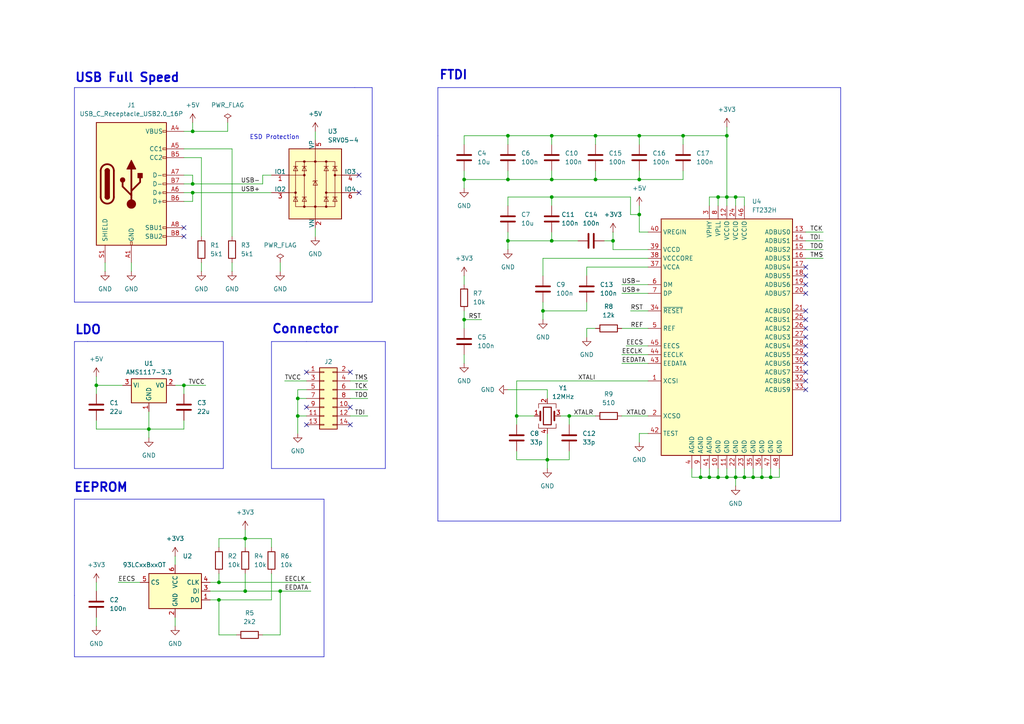
<source format=kicad_sch>
(kicad_sch (version 20231120) (generator "eeschema") (generator_version "8.0")
  (paper "A4")
  (lib_symbols
    (symbol "Connector:USB_C_Receptacle_USB2.0_16P" (pin_names (offset 1.016))
      (property "Reference" "J" (at 0 22.225 0))
      (property "Value" "USB_C_Receptacle_USB2.0_16P" (at 0 19.685 0))
      (symbol "USB_C_Receptacle_USB2.0_16P_0_0"
        (rectangle (start -0.254 -17.78) (end 0.254 -16.764))
        (rectangle (start 10.16 -14.986) (end 9.144 -15.494))
        (rectangle (start 10.16 -12.446) (end 9.144 -12.954))
        (rectangle (start 10.16 -4.826) (end 9.144 -5.334))
        (rectangle (start 10.16 -2.286) (end 9.144 -2.794))
        (rectangle (start 10.16 0.254) (end 9.144 -0.254))
        (rectangle (start 10.16 2.794) (end 9.144 2.286))
        (rectangle (start 10.16 7.874) (end 9.144 7.366))
        (rectangle (start 10.16 10.414) (end 9.144 9.906))
        (rectangle (start 10.16 15.494) (end 9.144 14.986))
      )
      (symbol "USB_C_Receptacle_USB2.0_16P_0_1"
        (rectangle (start -10.16 17.78) (end 10.16 -17.78) (stroke (width 0.254)) (fill (type background)))
        (arc (start -8.89 -3.81) (mid -6.985 -5.7067) (end -5.08 -3.81) (stroke (width 0.508)))
        (arc (start -7.62 -3.81) (mid -6.985 -4.4423) (end -6.35 -3.81) (stroke (width 0.254)))
        (arc (start -7.62 -3.81) (mid -6.985 -4.4423) (end -6.35 -3.81) (stroke (width 0.254)) (fill (type outline)))
        (rectangle (start -7.62 -3.81) (end -6.35 3.81) (stroke (width 0.254)) (fill (type outline)))
        (arc (start -6.35 3.81) (mid -6.985 4.4423) (end -7.62 3.81) (stroke (width 0.254)))
        (arc (start -6.35 3.81) (mid -6.985 4.4423) (end -7.62 3.81) (stroke (width 0.254)) (fill (type outline)))
        (arc (start -5.08 3.81) (mid -6.985 5.7067) (end -8.89 3.81) (stroke (width 0.508)))
        (circle (center -2.54 1.143) (radius 0.635) (stroke (width 0.254)) (fill (type outline)))
        (circle (center 0 -5.842) (radius 1.27) (fill (type outline)))
        (polyline (pts (xy -8.89 -3.81) (xy -8.89 3.81)) (stroke (width 0.508)))
        (polyline (pts (xy -5.08 3.81) (xy -5.08 -3.81)) (stroke (width 0.508)))
        (polyline (pts (xy 0 -5.842) (xy 0 4.318)) (stroke (width 0.508)))
        (polyline (pts (xy 0 -3.302) (xy -2.54 -0.762) (xy -2.54 0.508)) (stroke (width 0.508)))
        (polyline (pts (xy 0 -2.032) (xy 2.54 0.508) (xy 2.54 1.778)) (stroke (width 0.508)))
        (polyline (pts (xy -1.27 4.318) (xy 0 6.858) (xy 1.27 4.318) (xy -1.27 4.318)) (stroke (width 0.254)) (fill (type outline)))
        (rectangle (start 1.905 1.778) (end 3.175 3.048) (stroke (width 0.254)) (fill (type outline)))
      )
      (symbol "USB_C_Receptacle_USB2.0_16P_1_1"
        (pin passive line (at 0 -22.86 90) (length 5.08) (name "GND") (number "A1"))
        (pin passive line (at 0 -22.86 90) (length 5.08) hide (name "GND") (number "A12"))
        (pin passive line (at 15.24 15.24 180) (length 5.08) (name "VBUS") (number "A4"))
        (pin bidirectional line (at 15.24 10.16 180) (length 5.08) (name "CC1") (number "A5"))
        (pin bidirectional line (at 15.24 -2.54 180) (length 5.08) (name "D+") (number "A6"))
        (pin bidirectional line (at 15.24 2.54 180) (length 5.08) (name "D-") (number "A7"))
        (pin bidirectional line (at 15.24 -12.7 180) (length 5.08) (name "SBU1") (number "A8"))
        (pin passive line (at 15.24 15.24 180) (length 5.08) hide (name "VBUS") (number "A9"))
        (pin passive line (at 0 -22.86 90) (length 5.08) hide (name "GND") (number "B1"))
        (pin passive line (at 0 -22.86 90) (length 5.08) hide (name "GND") (number "B12"))
        (pin passive line (at 15.24 15.24 180) (length 5.08) hide (name "VBUS") (number "B4"))
        (pin bidirectional line (at 15.24 7.62 180) (length 5.08) (name "CC2") (number "B5"))
        (pin bidirectional line (at 15.24 -5.08 180) (length 5.08) (name "D+") (number "B6"))
        (pin bidirectional line (at 15.24 0 180) (length 5.08) (name "D-") (number "B7"))
        (pin bidirectional line (at 15.24 -15.24 180) (length 5.08) (name "SBU2") (number "B8"))
        (pin passive line (at 15.24 15.24 180) (length 5.08) hide (name "VBUS") (number "B9"))
        (pin passive line (at -7.62 -22.86 90) (length 5.08) (name "SHIELD") (number "S1"))
      )
    )
    (symbol "Connector_Generic:Conn_02x07_Odd_Even" (pin_names (offset 1.016) hide)
      (property "Reference" "J" (at 1.27 10.16 0))
      (property "Value" "Conn_02x07_Odd_Even" (at 1.27 -10.16 0))
      (symbol "Conn_02x07_Odd_Even_1_1"
        (rectangle (start -1.27 -7.493) (end 0 -7.747) (stroke (width 0.1524)))
        (rectangle (start -1.27 -4.953) (end 0 -5.207) (stroke (width 0.1524)))
        (rectangle (start -1.27 -2.413) (end 0 -2.667) (stroke (width 0.1524)))
        (rectangle (start -1.27 0.127) (end 0 -0.127) (stroke (width 0.1524)))
        (rectangle (start -1.27 2.667) (end 0 2.413) (stroke (width 0.1524)))
        (rectangle (start -1.27 5.207) (end 0 4.953) (stroke (width 0.1524)))
        (rectangle (start -1.27 7.747) (end 0 7.493) (stroke (width 0.1524)))
        (rectangle (start -1.27 8.89) (end 3.81 -8.89) (stroke (width 0.254)) (fill (type background)))
        (rectangle (start 3.81 -7.493) (end 2.54 -7.747) (stroke (width 0.1524)))
        (rectangle (start 3.81 -4.953) (end 2.54 -5.207) (stroke (width 0.1524)))
        (rectangle (start 3.81 -2.413) (end 2.54 -2.667) (stroke (width 0.1524)))
        (rectangle (start 3.81 0.127) (end 2.54 -0.127) (stroke (width 0.1524)))
        (rectangle (start 3.81 2.667) (end 2.54 2.413) (stroke (width 0.1524)))
        (rectangle (start 3.81 5.207) (end 2.54 4.953) (stroke (width 0.1524)))
        (rectangle (start 3.81 7.747) (end 2.54 7.493) (stroke (width 0.1524)))
        (pin passive line (at -5.08 7.62 0) (length 3.81) (name "Pin_1") (number "1"))
        (pin passive line (at 7.62 -2.54 180) (length 3.81) (name "Pin_10") (number "10"))
        (pin passive line (at -5.08 -5.08 0) (length 3.81) (name "Pin_11") (number "11"))
        (pin passive line (at 7.62 -5.08 180) (length 3.81) (name "Pin_12") (number "12"))
        (pin passive line (at -5.08 -7.62 0) (length 3.81) (name "Pin_13") (number "13"))
        (pin passive line (at 7.62 -7.62 180) (length 3.81) (name "Pin_14") (number "14"))
        (pin passive line (at 7.62 7.62 180) (length 3.81) (name "Pin_2") (number "2"))
        (pin passive line (at -5.08 5.08 0) (length 3.81) (name "Pin_3") (number "3"))
        (pin passive line (at 7.62 5.08 180) (length 3.81) (name "Pin_4") (number "4"))
        (pin passive line (at -5.08 2.54 0) (length 3.81) (name "Pin_5") (number "5"))
        (pin passive line (at 7.62 2.54 180) (length 3.81) (name "Pin_6") (number "6"))
        (pin passive line (at -5.08 0 0) (length 3.81) (name "Pin_7") (number "7"))
        (pin passive line (at 7.62 0 180) (length 3.81) (name "Pin_8") (number "8"))
        (pin passive line (at -5.08 -2.54 0) (length 3.81) (name "Pin_9") (number "9"))
      )
    )
    (symbol "Device:C" (pin_numbers hide) (pin_names (offset 0.254))
      (property "Reference" "C" (at 0.635 2.54 0))
      (property "Value" "C" (at 0.635 -2.54 0))
      (symbol "C_0_1"
        (polyline (pts (xy -2.032 -0.762) (xy 2.032 -0.762)) (stroke (width 0.508)))
        (polyline (pts (xy -2.032 0.762) (xy 2.032 0.762)) (stroke (width 0.508)))
      )
      (symbol "C_1_1"
        (pin passive line (at 0 3.81 270) (length 2.794) (name "~") (number "1"))
        (pin passive line (at 0 -3.81 90) (length 2.794) (name "~") (number "2"))
      )
    )
    (symbol "Device:Crystal_GND24" (pin_names (offset 1.016) hide)
      (property "Reference" "Y" (at 3.175 5.08 0))
      (property "Value" "Crystal_GND24" (at 3.175 3.175 0))
      (symbol "Crystal_GND24_0_1"
        (rectangle (start -1.143 2.54) (end 1.143 -2.54) (stroke (width 0.3048)))
        (polyline (pts (xy -2.54 0) (xy -2.032 0)))
        (polyline (pts (xy -2.032 -1.27) (xy -2.032 1.27)) (stroke (width 0.508)))
        (polyline (pts (xy 0 -3.81) (xy 0 -3.556)))
        (polyline (pts (xy 0 3.556) (xy 0 3.81)))
        (polyline (pts (xy 2.032 -1.27) (xy 2.032 1.27)) (stroke (width 0.508)))
        (polyline (pts (xy 2.032 0) (xy 2.54 0)))
        (polyline (pts (xy -2.54 -2.286) (xy -2.54 -3.556) (xy 2.54 -3.556) (xy 2.54 -2.286)))
        (polyline (pts (xy -2.54 2.286) (xy -2.54 3.556) (xy 2.54 3.556) (xy 2.54 2.286)))
      )
      (symbol "Crystal_GND24_1_1"
        (pin passive line (at -3.81 0 0) (length 1.27) (name "1") (number "1"))
        (pin passive line (at 0 5.08 270) (length 1.27) (name "2") (number "2"))
        (pin passive line (at 3.81 0 180) (length 1.27) (name "3") (number "3"))
        (pin passive line (at 0 -5.08 90) (length 1.27) (name "4") (number "4"))
      )
    )
    (symbol "Device:R" (pin_numbers hide) (pin_names (offset 0))
      (property "Reference" "R" (at 2.032 0 90))
      (property "Value" "R" (at 0 0 90))
      (symbol "R_0_1"
        (rectangle (start -1.016 -2.54) (end 1.016 2.54) (stroke (width 0.254)))
      )
      (symbol "R_1_1"
        (pin passive line (at 0 3.81 270) (length 1.27) (name "~") (number "1"))
        (pin passive line (at 0 -3.81 90) (length 1.27) (name "~") (number "2"))
      )
    )
    (symbol "Interface_USB:FT232H"
      (property "Reference" "U" (at -19.05 35.56 0))
      (property "Value" "FT232H" (at 12.7 35.56 0))
      (symbol "FT232H_0_1"
        (rectangle (start -19.05 34.29) (end 19.05 -34.29) (stroke (width 0.254)) (fill (type background)))
      )
      (symbol "FT232H_1_1"
        (pin input line (at -22.86 -12.7 0) (length 3.81) (name "XCSI") (number "1"))
        (pin power_in line (at -2.54 -38.1 90) (length 3.81) (name "GND") (number "10"))
        (pin power_in line (at 0 -38.1 90) (length 3.81) (name "GND") (number "11"))
        (pin power_in line (at 0 38.1 270) (length 3.81) (name "VCCIO") (number "12"))
        (pin bidirectional line (at 22.86 30.48 180) (length 3.81) (name "ADBUS0") (number "13"))
        (pin bidirectional line (at 22.86 27.94 180) (length 3.81) (name "ADBUS1") (number "14"))
        (pin bidirectional line (at 22.86 25.4 180) (length 3.81) (name "ADBUS2") (number "15"))
        (pin bidirectional line (at 22.86 22.86 180) (length 3.81) (name "ADBUS3") (number "16"))
        (pin bidirectional line (at 22.86 20.32 180) (length 3.81) (name "ADBUS4") (number "17"))
        (pin bidirectional line (at 22.86 17.78 180) (length 3.81) (name "ADBUS5") (number "18"))
        (pin bidirectional line (at 22.86 15.24 180) (length 3.81) (name "ADBUS6") (number "19"))
        (pin output line (at -22.86 -22.86 0) (length 3.81) (name "XCSO") (number "2"))
        (pin bidirectional line (at 22.86 12.7 180) (length 3.81) (name "ADBUS7") (number "20"))
        (pin bidirectional line (at 22.86 7.62 180) (length 3.81) (name "ACBUS0") (number "21"))
        (pin power_in line (at 2.54 -38.1 90) (length 3.81) (name "GND") (number "22"))
        (pin power_in line (at 5.08 -38.1 90) (length 3.81) (name "GND") (number "23"))
        (pin power_in line (at 2.54 38.1 270) (length 3.81) (name "VCCIO") (number "24"))
        (pin bidirectional line (at 22.86 5.08 180) (length 3.81) (name "ACBUS1") (number "25"))
        (pin bidirectional line (at 22.86 2.54 180) (length 3.81) (name "ACBUS2") (number "26"))
        (pin bidirectional line (at 22.86 0 180) (length 3.81) (name "ACBUS3") (number "27"))
        (pin bidirectional line (at 22.86 -2.54 180) (length 3.81) (name "ACBUS4") (number "28"))
        (pin bidirectional line (at 22.86 -5.08 180) (length 3.81) (name "ACBUS5") (number "29"))
        (pin power_in line (at -5.08 38.1 270) (length 3.81) (name "VPHY") (number "3"))
        (pin bidirectional line (at 22.86 -7.62 180) (length 3.81) (name "ACBUS6") (number "30"))
        (pin bidirectional line (at 22.86 -10.16 180) (length 3.81) (name "ACBUS7") (number "31"))
        (pin bidirectional line (at 22.86 -12.7 180) (length 3.81) (name "ACBUS8") (number "32"))
        (pin bidirectional line (at 22.86 -15.24 180) (length 3.81) (name "ACBUS9") (number "33"))
        (pin input line (at -22.86 7.62 0) (length 3.81) (name "~{RESET}") (number "34"))
        (pin power_in line (at 7.62 -38.1 90) (length 3.81) (name "GND") (number "35"))
        (pin power_in line (at 10.16 -38.1 90) (length 3.81) (name "GND") (number "36"))
        (pin power_out line (at -22.86 20.32 0) (length 3.81) (name "VCCA") (number "37"))
        (pin power_out line (at -22.86 22.86 0) (length 3.81) (name "VCCCORE") (number "38"))
        (pin power_in line (at -22.86 25.4 0) (length 3.81) (name "VCCD") (number "39"))
        (pin power_in line (at -10.16 -38.1 90) (length 3.81) (name "AGND") (number "4"))
        (pin power_in line (at -22.86 30.48 0) (length 3.81) (name "VREGIN") (number "40"))
        (pin power_in line (at -5.08 -38.1 90) (length 3.81) (name "AGND") (number "41"))
        (pin input line (at -22.86 -27.94 0) (length 3.81) (name "TEST") (number "42"))
        (pin bidirectional line (at -22.86 -7.62 0) (length 3.81) (name "EEDATA") (number "43"))
        (pin input line (at -22.86 -5.08 0) (length 3.81) (name "EECLK") (number "44"))
        (pin input line (at -22.86 -2.54 0) (length 3.81) (name "EECS") (number "45"))
        (pin power_in line (at 5.08 38.1 270) (length 3.81) (name "VCCIO") (number "46"))
        (pin power_in line (at 12.7 -38.1 90) (length 3.81) (name "GND") (number "47"))
        (pin power_in line (at 15.24 -38.1 90) (length 3.81) (name "GND") (number "48"))
        (pin input line (at -22.86 2.54 0) (length 3.81) (name "REF") (number "5"))
        (pin bidirectional line (at -22.86 15.24 0) (length 3.81) (name "DM") (number "6"))
        (pin bidirectional line (at -22.86 12.7 0) (length 3.81) (name "DP") (number "7"))
        (pin power_in line (at -2.54 38.1 270) (length 3.81) (name "VPLL") (number "8"))
        (pin power_in line (at -7.62 -38.1 90) (length 3.81) (name "AGND") (number "9"))
      )
    )
    (symbol "Memory_EEPROM:93LCxxBxxOT"
      (property "Reference" "U" (at -6.35 6.35 0))
      (property "Value" "93LCxxBxxOT" (at 7.62 -6.35 0))
      (symbol "93LCxxBxxOT_0_1"
        (rectangle (start -7.62 5.08) (end 7.62 -5.08) (stroke (width 0.254)) (fill (type background)))
      )
      (symbol "93LCxxBxxOT_1_1"
        (pin tri_state line (at 10.16 -2.54 180) (length 2.54) (name "DO") (number "1"))
        (pin power_in line (at 0 -7.62 90) (length 2.54) (name "GND") (number "2"))
        (pin input line (at 10.16 0 180) (length 2.54) (name "DI") (number "3"))
        (pin input line (at 10.16 2.54 180) (length 2.54) (name "CLK") (number "4"))
        (pin input line (at -10.16 2.54 0) (length 2.54) (name "CS") (number "5"))
        (pin power_in line (at 0 7.62 270) (length 2.54) (name "VCC") (number "6"))
      )
    )
    (symbol "Power_Protection:SRV05-4" (pin_names (offset 0))
      (property "Reference" "U" (at -5.08 11.43 0))
      (property "Value" "SRV05-4" (at 2.54 11.43 0))
      (symbol "SRV05-4_0_0"
        (rectangle (start -5.715 6.477) (end 5.715 -6.604))
        (polyline (pts (xy -3.175 -6.604) (xy -3.175 6.477)))
        (polyline (pts (xy 3.175 6.477) (xy 3.175 -6.604)))
      )
      (symbol "SRV05-4_0_1"
        (rectangle (start -7.62 10.16) (end 7.62 -10.16) (stroke (width 0.254)) (fill (type background)))
        (circle (center -5.715 -2.54) (radius 0.2794) (fill (type outline)))
        (circle (center -3.175 -6.604) (radius 0.2794) (fill (type outline)))
        (circle (center -3.175 2.54) (radius 0.2794) (fill (type outline)))
        (circle (center -3.175 6.477) (radius 0.2794) (fill (type outline)))
        (circle (center 0 -6.604) (radius 0.2794) (fill (type outline)))
        (polyline (pts (xy -7.747 2.54) (xy -3.175 2.54)))
        (polyline (pts (xy -7.62 -2.54) (xy -5.715 -2.54)))
        (polyline (pts (xy -5.08 -3.81) (xy -6.35 -3.81)))
        (polyline (pts (xy -5.08 5.08) (xy -6.35 5.08)))
        (polyline (pts (xy -2.54 -3.81) (xy -3.81 -3.81)))
        (polyline (pts (xy -2.54 5.08) (xy -3.81 5.08)))
        (polyline (pts (xy 0 10.16) (xy 0 -10.16)))
        (polyline (pts (xy 3.81 -3.81) (xy 2.54 -3.81)))
        (polyline (pts (xy 3.81 5.08) (xy 2.54 5.08)))
        (polyline (pts (xy 6.35 -3.81) (xy 5.08 -3.81)))
        (polyline (pts (xy 6.35 5.08) (xy 5.08 5.08)))
        (polyline (pts (xy 7.62 -2.54) (xy 3.175 -2.54)))
        (polyline (pts (xy 7.62 2.54) (xy 5.715 2.54)))
        (polyline (pts (xy 0.635 0.889) (xy -0.635 0.889) (xy -0.635 0.635)))
        (polyline (pts (xy -5.08 -5.08) (xy -6.35 -5.08) (xy -5.715 -3.81) (xy -5.08 -5.08)))
        (polyline (pts (xy -5.08 3.81) (xy -6.35 3.81) (xy -5.715 5.08) (xy -5.08 3.81)))
        (polyline (pts (xy -2.54 -5.08) (xy -3.81 -5.08) (xy -3.175 -3.81) (xy -2.54 -5.08)))
        (polyline (pts (xy -2.54 3.81) (xy -3.81 3.81) (xy -3.175 5.08) (xy -2.54 3.81)))
        (polyline (pts (xy 0.635 -0.381) (xy -0.635 -0.381) (xy 0 0.889) (xy 0.635 -0.381)))
        (polyline (pts (xy 3.81 -5.08) (xy 2.54 -5.08) (xy 3.175 -3.81) (xy 3.81 -5.08)))
        (polyline (pts (xy 3.81 3.81) (xy 2.54 3.81) (xy 3.175 5.08) (xy 3.81 3.81)))
        (polyline (pts (xy 6.35 -5.08) (xy 5.08 -5.08) (xy 5.715 -3.81) (xy 6.35 -5.08)))
        (polyline (pts (xy 6.35 3.81) (xy 5.08 3.81) (xy 5.715 5.08) (xy 6.35 3.81)))
        (circle (center 0 6.477) (radius 0.2794) (fill (type outline)))
        (circle (center 3.175 -6.604) (radius 0.2794) (fill (type outline)))
        (circle (center 3.175 -2.54) (radius 0.2794) (fill (type outline)))
        (circle (center 3.175 6.477) (radius 0.2794) (fill (type outline)))
        (circle (center 5.715 2.54) (radius 0.2794) (fill (type outline)))
      )
      (symbol "SRV05-4_1_1"
        (pin passive line (at -12.7 2.54 0) (length 5.08) (name "IO1") (number "1"))
        (pin passive line (at 0 -12.7 90) (length 2.54) (name "VN") (number "2"))
        (pin passive line (at -12.7 -2.54 0) (length 5.08) (name "IO2") (number "3"))
        (pin passive line (at 12.7 2.54 180) (length 5.08) (name "IO3") (number "4"))
        (pin passive line (at 0 12.7 270) (length 2.54) (name "VP") (number "5"))
        (pin passive line (at 12.7 -2.54 180) (length 5.08) (name "IO4") (number "6"))
      )
    )
    (symbol "Regulator_Linear:AMS1117-3.3"
      (property "Reference" "U" (at -3.81 3.175 0))
      (property "Value" "AMS1117-3.3" (at 0 3.175 0))
      (symbol "AMS1117-3.3_0_1"
        (rectangle (start -5.08 -5.08) (end 5.08 1.905) (stroke (width 0.254)) (fill (type background)))
      )
      (symbol "AMS1117-3.3_1_1"
        (pin power_in line (at 0 -7.62 90) (length 2.54) (name "GND") (number "1"))
        (pin power_out line (at 7.62 0 180) (length 2.54) (name "VO") (number "2"))
        (pin power_in line (at -7.62 0 0) (length 2.54) (name "VI") (number "3"))
      )
    )
    (symbol "VBUS_3" (power) (pin_numbers hide) (pin_names (offset 0) hide)
      (property "Value" "VBUS" (at 0 3.556 0))
      (symbol "VBUS_3_0_1"
        (polyline (pts (xy -0.762 1.27) (xy 0 2.54)))
        (polyline (pts (xy 0 0) (xy 0 2.54)))
        (polyline (pts (xy 0 2.54) (xy 0.762 1.27)))
      )
      (symbol "VBUS_3_1_1"
        (pin power_in line (at 0 0 90) (length 0) (name "~") (number "1"))
      )
    )
    (symbol "power:+3V3" (power) (pin_numbers hide) (pin_names (offset 0) hide)
      (property "Value" "+3V3" (at 0 3.556 0))
      (symbol "+3V3_0_1"
        (polyline (pts (xy -0.762 1.27) (xy 0 2.54)))
        (polyline (pts (xy 0 0) (xy 0 2.54)))
        (polyline (pts (xy 0 2.54) (xy 0.762 1.27)))
      )
      (symbol "+3V3_1_1"
        (pin power_in line (at 0 0 90) (length 0) (name "~") (number "1"))
      )
    )
    (symbol "power:+5V" (power) (pin_numbers hide) (pin_names (offset 0) hide)
      (property "Value" "+5V" (at 0 3.556 0))
      (symbol "+5V_0_1"
        (polyline (pts (xy -0.762 1.27) (xy 0 2.54)))
        (polyline (pts (xy 0 0) (xy 0 2.54)))
        (polyline (pts (xy 0 2.54) (xy 0.762 1.27)))
      )
      (symbol "+5V_1_1"
        (pin power_in line (at 0 0 90) (length 0) (name "~") (number "1"))
      )
    )
    (symbol "power:GND" (power) (pin_numbers hide) (pin_names (offset 0) hide)
      (property "Value" "GND" (at 0 -3.81 0))
      (symbol "GND_0_1"
        (polyline (pts (xy 0 0) (xy 0 -1.27) (xy 1.27 -1.27) (xy 0 -2.54) (xy -1.27 -1.27) (xy 0 -1.27)))
      )
      (symbol "GND_1_1"
        (pin power_in line (at 0 0 270) (length 0) (name "~") (number "1"))
      )
    )
    (symbol "power:PWR_FLAG" (power) (pin_numbers hide) (pin_names (offset 0) hide)
      (property "Value" "PWR_FLAG" (at 0 3.81 0))
      (symbol "PWR_FLAG_0_0"
        (pin power_out line (at 0 0 90) (length 0) (name "~") (number "1"))
      )
      (symbol "PWR_FLAG_0_1"
        (polyline (pts (xy 0 0) (xy 0 1.27) (xy -1.016 1.905) (xy 0 2.54) (xy 1.016 1.905) (xy 0 1.27)))
      )
    )
  )
  (junction (at 203.2 138.43))
  (junction (at 147.32 69.85))
  (junction (at 220.98 138.43))
  (junction (at 63.5 173.99))
  (junction (at 160.02 69.85))
  (junction (at 215.9 138.43))
  (junction (at 208.28 57.15))
  (junction (at 71.12 171.45))
  (junction (at 172.72 52.07))
  (junction (at 177.8 69.85))
  (junction (at 165.1 120.65))
  (junction (at 55.88 53.34))
  (junction (at 160.02 57.15))
  (junction (at 208.28 138.43))
  (junction (at 160.02 52.07))
  (junction (at 27.94 111.76))
  (junction (at 210.82 39.37))
  (junction (at 53.34 111.76))
  (junction (at 86.36 120.65))
  (junction (at 147.32 39.37))
  (junction (at 43.18 124.46))
  (junction (at 213.36 138.43))
  (junction (at 223.52 138.43))
  (junction (at 185.42 39.37))
  (junction (at 63.5 168.91))
  (junction (at 81.28 171.45))
  (junction (at 198.12 39.37))
  (junction (at 158.75 133.35))
  (junction (at 210.82 57.15))
  (junction (at 185.42 52.07))
  (junction (at 55.88 55.88))
  (junction (at 147.32 52.07))
  (junction (at 134.62 92.71))
  (junction (at 55.88 38.1))
  (junction (at 205.74 138.43))
  (junction (at 172.72 39.37))
  (junction (at 71.12 156.21))
  (junction (at 157.48 90.17))
  (junction (at 210.82 138.43))
  (junction (at 149.86 120.65))
  (junction (at 86.36 115.57))
  (junction (at 185.42 62.23))
  (junction (at 134.62 52.07))
  (junction (at 218.44 138.43))
  (junction (at 213.36 57.15))
  (junction (at 160.02 39.37))
  (no_connect (at 101.6 118.11))
  (no_connect (at 233.68 105.41))
  (no_connect (at 233.68 100.33))
  (no_connect (at 233.68 113.03))
  (no_connect (at 88.9 107.95))
  (no_connect (at 233.68 110.49))
  (no_connect (at 233.68 77.47))
  (no_connect (at 101.6 107.95))
  (no_connect (at 233.68 95.25))
  (no_connect (at 88.9 123.19))
  (no_connect (at 233.68 102.87))
  (no_connect (at 233.68 92.71))
  (no_connect (at 233.68 90.17))
  (no_connect (at 53.34 66.04))
  (no_connect (at 104.14 50.8))
  (no_connect (at 88.9 118.11))
  (no_connect (at 53.34 68.58))
  (no_connect (at 233.68 85.09))
  (no_connect (at 233.68 82.55))
  (no_connect (at 233.68 80.01))
  (no_connect (at 233.68 97.79))
  (no_connect (at 101.6 123.19))
  (no_connect (at 233.68 107.95))
  (no_connect (at 104.14 55.88))
  (wire (pts (xy 215.9 135.89) (xy 215.9 138.43)))
  (wire (pts (xy 53.34 50.8) (xy 55.88 50.8)))
  (polyline (pts (xy 21.59 87.63) (xy 21.59 25.4)))
  (wire (pts (xy 223.52 135.89) (xy 223.52 138.43)))
  (wire (pts (xy 185.42 39.37) (xy 185.42 41.91)))
  (wire (pts (xy 198.12 52.07) (xy 198.12 49.53)))
  (polyline (pts (xy 93.98 190.5) (xy 21.59 190.5)))
  (wire (pts (xy 170.18 80.01) (xy 170.18 77.47)))
  (wire (pts (xy 63.5 168.91) (xy 90.17 168.91)))
  (wire (pts (xy 27.94 168.91) (xy 27.94 171.45)))
  (wire (pts (xy 182.88 57.15) (xy 182.88 62.23)))
  (wire (pts (xy 86.36 125.73) (xy 86.36 120.65)))
  (wire (pts (xy 53.34 124.46) (xy 53.34 121.92)))
  (wire (pts (xy 101.6 120.65) (xy 106.68 120.65)))
  (wire (pts (xy 160.02 57.15) (xy 182.88 57.15)))
  (wire (pts (xy 53.34 111.76) (xy 53.34 114.3)))
  (wire (pts (xy 218.44 135.89) (xy 218.44 138.43)))
  (wire (pts (xy 180.34 102.87) (xy 187.96 102.87)))
  (wire (pts (xy 223.52 138.43) (xy 226.06 138.43)))
  (wire (pts (xy 149.86 133.35) (xy 149.86 130.81)))
  (polyline (pts (xy 25.4 99.06) (xy 64.77 99.06)))
  (wire (pts (xy 27.94 179.07) (xy 27.94 181.61)))
  (wire (pts (xy 160.02 39.37) (xy 160.02 41.91)))
  (wire (pts (xy 53.34 53.34) (xy 55.88 53.34)))
  (wire (pts (xy 182.88 62.23) (xy 185.42 62.23)))
  (wire (pts (xy 55.88 58.42) (xy 55.88 55.88)))
  (wire (pts (xy 134.62 80.01) (xy 134.62 82.55)))
  (polyline (pts (xy 243.84 151.13) (xy 243.84 25.4)))
  (wire (pts (xy 160.02 52.07) (xy 172.72 52.07)))
  (wire (pts (xy 63.5 166.37) (xy 63.5 168.91)))
  (wire (pts (xy 58.42 45.72) (xy 53.34 45.72)))
  (wire (pts (xy 210.82 57.15) (xy 213.36 57.15)))
  (wire (pts (xy 165.1 120.65) (xy 172.72 120.65)))
  (wire (pts (xy 27.94 114.3) (xy 27.94 111.76)))
  (polyline (pts (xy 88.9 99.06) (xy 111.76 99.06)))
  (wire (pts (xy 43.18 119.38) (xy 43.18 124.46)))
  (wire (pts (xy 208.28 57.15) (xy 210.82 57.15)))
  (wire (pts (xy 38.1 76.2) (xy 38.1 78.74)))
  (wire (pts (xy 134.62 92.71) (xy 134.62 95.25)))
  (wire (pts (xy 198.12 39.37) (xy 198.12 41.91)))
  (wire (pts (xy 157.48 90.17) (xy 170.18 90.17)))
  (polyline (pts (xy 107.95 25.4) (xy 107.95 87.63)))
  (wire (pts (xy 157.48 74.93) (xy 157.48 80.01)))
  (wire (pts (xy 82.55 110.49) (xy 88.9 110.49)))
  (wire (pts (xy 160.02 69.85) (xy 167.64 69.85)))
  (wire (pts (xy 172.72 39.37) (xy 172.72 41.91)))
  (wire (pts (xy 233.68 67.31) (xy 238.76 67.31)))
  (wire (pts (xy 60.96 171.45) (xy 71.12 171.45)))
  (wire (pts (xy 147.32 59.69) (xy 147.32 57.15)))
  (wire (pts (xy 158.75 133.35) (xy 158.75 135.89)))
  (wire (pts (xy 134.62 102.87) (xy 134.62 105.41)))
  (wire (pts (xy 134.62 92.71) (xy 139.7 92.71)))
  (wire (pts (xy 58.42 68.58) (xy 58.42 45.72)))
  (polyline (pts (xy 64.77 99.06) (xy 64.77 135.89)))
  (wire (pts (xy 53.34 58.42) (xy 55.88 58.42)))
  (wire (pts (xy 43.18 124.46) (xy 53.34 124.46)))
  (wire (pts (xy 63.5 173.99) (xy 63.5 184.15)))
  (wire (pts (xy 218.44 138.43) (xy 220.98 138.43)))
  (wire (pts (xy 185.42 59.69) (xy 185.42 62.23)))
  (wire (pts (xy 203.2 138.43) (xy 205.74 138.43)))
  (wire (pts (xy 170.18 77.47) (xy 187.96 77.47)))
  (wire (pts (xy 50.8 179.07) (xy 50.8 181.61)))
  (wire (pts (xy 147.32 69.85) (xy 147.32 72.39)))
  (wire (pts (xy 170.18 95.25) (xy 172.72 95.25)))
  (wire (pts (xy 213.36 138.43) (xy 215.9 138.43)))
  (wire (pts (xy 63.5 173.99) (xy 78.74 173.99)))
  (wire (pts (xy 147.32 113.03) (xy 158.75 113.03)))
  (wire (pts (xy 76.2 53.34) (xy 76.2 50.8)))
  (wire (pts (xy 210.82 57.15) (xy 210.82 59.69)))
  (polyline (pts (xy 21.59 99.06) (xy 25.4 99.06)))
  (wire (pts (xy 81.28 171.45) (xy 90.17 171.45)))
  (wire (pts (xy 67.31 76.2) (xy 67.31 78.74)))
  (wire (pts (xy 205.74 57.15) (xy 205.74 59.69)))
  (wire (pts (xy 63.5 156.21) (xy 71.12 156.21)))
  (wire (pts (xy 86.36 120.65) (xy 86.36 115.57)))
  (wire (pts (xy 162.56 120.65) (xy 165.1 120.65)))
  (wire (pts (xy 158.75 125.73) (xy 158.75 133.35)))
  (wire (pts (xy 180.34 95.25) (xy 187.96 95.25)))
  (wire (pts (xy 213.36 135.89) (xy 213.36 138.43)))
  (wire (pts (xy 208.28 57.15) (xy 208.28 59.69)))
  (wire (pts (xy 233.68 69.85) (xy 238.76 69.85)))
  (wire (pts (xy 172.72 52.07) (xy 185.42 52.07)))
  (wire (pts (xy 185.42 52.07) (xy 198.12 52.07)))
  (wire (pts (xy 172.72 49.53) (xy 172.72 52.07)))
  (wire (pts (xy 147.32 69.85) (xy 160.02 69.85)))
  (wire (pts (xy 78.74 156.21) (xy 78.74 158.75)))
  (wire (pts (xy 220.98 138.43) (xy 223.52 138.43)))
  (wire (pts (xy 177.8 72.39) (xy 187.96 72.39)))
  (wire (pts (xy 71.12 156.21) (xy 78.74 156.21)))
  (wire (pts (xy 177.8 69.85) (xy 177.8 72.39)))
  (wire (pts (xy 233.68 72.39) (xy 238.76 72.39)))
  (wire (pts (xy 71.12 166.37) (xy 71.12 171.45)))
  (wire (pts (xy 53.34 43.18) (xy 67.31 43.18)))
  (wire (pts (xy 170.18 90.17) (xy 170.18 87.63)))
  (wire (pts (xy 213.36 59.69) (xy 213.36 57.15)))
  (wire (pts (xy 170.18 97.79) (xy 170.18 95.25)))
  (polyline (pts (xy 21.59 144.78) (xy 93.98 144.78)))
  (polyline (pts (xy 111.76 135.89) (xy 78.74 135.89)))
  (wire (pts (xy 76.2 184.15) (xy 81.28 184.15)))
  (wire (pts (xy 27.94 111.76) (xy 35.56 111.76)))
  (polyline (pts (xy 127 151.13) (xy 243.84 151.13)))
  (wire (pts (xy 134.62 41.91) (xy 134.62 39.37)))
  (wire (pts (xy 200.66 138.43) (xy 203.2 138.43)))
  (wire (pts (xy 210.82 135.89) (xy 210.82 138.43)))
  (wire (pts (xy 233.68 74.93) (xy 238.76 74.93)))
  (wire (pts (xy 134.62 49.53) (xy 134.62 52.07)))
  (wire (pts (xy 76.2 50.8) (xy 78.74 50.8)))
  (wire (pts (xy 53.34 111.76) (xy 59.69 111.76)))
  (wire (pts (xy 213.36 57.15) (xy 215.9 57.15)))
  (wire (pts (xy 182.88 90.17) (xy 187.96 90.17)))
  (wire (pts (xy 158.75 133.35) (xy 149.86 133.35)))
  (wire (pts (xy 160.02 49.53) (xy 160.02 52.07)))
  (wire (pts (xy 177.8 67.31) (xy 177.8 69.85)))
  (wire (pts (xy 81.28 184.15) (xy 81.28 171.45)))
  (polyline (pts (xy 21.59 25.4) (xy 102.87 25.4)))
  (polyline (pts (xy 78.74 99.06) (xy 88.9 99.06)))
  (wire (pts (xy 165.1 130.81) (xy 165.1 133.35)))
  (wire (pts (xy 157.48 90.17) (xy 157.48 92.71)))
  (wire (pts (xy 210.82 39.37) (xy 210.82 57.15)))
  (wire (pts (xy 67.31 43.18) (xy 67.31 68.58)))
  (polyline (pts (xy 243.84 25.4) (xy 127 25.4)))
  (wire (pts (xy 34.29 168.91) (xy 40.64 168.91)))
  (wire (pts (xy 55.88 35.56) (xy 55.88 38.1)))
  (wire (pts (xy 27.94 109.22) (xy 27.94 111.76)))
  (wire (pts (xy 213.36 138.43) (xy 213.36 140.97)))
  (wire (pts (xy 147.32 39.37) (xy 160.02 39.37)))
  (wire (pts (xy 203.2 135.89) (xy 203.2 138.43)))
  (polyline (pts (xy 127 25.4) (xy 127 39.37)))
  (wire (pts (xy 181.61 100.33) (xy 187.96 100.33)))
  (wire (pts (xy 158.75 133.35) (xy 165.1 133.35)))
  (wire (pts (xy 185.42 49.53) (xy 185.42 52.07)))
  (wire (pts (xy 147.32 52.07) (xy 160.02 52.07)))
  (wire (pts (xy 157.48 87.63) (xy 157.48 90.17)))
  (wire (pts (xy 134.62 90.17) (xy 134.62 92.71)))
  (wire (pts (xy 215.9 57.15) (xy 215.9 59.69)))
  (wire (pts (xy 160.02 59.69) (xy 160.02 57.15)))
  (wire (pts (xy 185.42 39.37) (xy 198.12 39.37)))
  (wire (pts (xy 147.32 52.07) (xy 147.32 49.53)))
  (wire (pts (xy 81.28 76.2) (xy 81.28 78.74)))
  (wire (pts (xy 165.1 120.65) (xy 165.1 123.19)))
  (wire (pts (xy 55.88 53.34) (xy 76.2 53.34)))
  (wire (pts (xy 134.62 52.07) (xy 147.32 52.07)))
  (wire (pts (xy 101.6 115.57) (xy 106.68 115.57)))
  (polyline (pts (xy 93.98 144.78) (xy 93.98 190.5)))
  (wire (pts (xy 160.02 39.37) (xy 172.72 39.37)))
  (wire (pts (xy 66.04 35.56) (xy 66.04 38.1)))
  (wire (pts (xy 86.36 115.57) (xy 86.36 113.03)))
  (wire (pts (xy 86.36 115.57) (xy 88.9 115.57)))
  (wire (pts (xy 160.02 69.85) (xy 160.02 67.31)))
  (wire (pts (xy 215.9 138.43) (xy 218.44 138.43)))
  (wire (pts (xy 149.86 110.49) (xy 149.86 120.65)))
  (wire (pts (xy 210.82 36.83) (xy 210.82 39.37)))
  (polyline (pts (xy 64.77 135.89) (xy 21.59 135.89)))
  (wire (pts (xy 86.36 120.65) (xy 88.9 120.65)))
  (wire (pts (xy 158.75 113.03) (xy 158.75 115.57)))
  (wire (pts (xy 101.6 113.03) (xy 106.68 113.03)))
  (polyline (pts (xy 107.95 87.63) (xy 21.59 87.63)))
  (wire (pts (xy 226.06 138.43) (xy 226.06 135.89)))
  (wire (pts (xy 71.12 171.45) (xy 81.28 171.45)))
  (polyline (pts (xy 102.87 25.4) (xy 107.95 25.4)))
  (wire (pts (xy 187.96 74.93) (xy 157.48 74.93)))
  (wire (pts (xy 220.98 135.89) (xy 220.98 138.43)))
  (wire (pts (xy 180.34 120.65) (xy 187.96 120.65)))
  (polyline (pts (xy 78.74 135.89) (xy 78.74 99.06)))
  (wire (pts (xy 134.62 52.07) (xy 134.62 54.61)))
  (wire (pts (xy 180.34 82.55) (xy 187.96 82.55)))
  (wire (pts (xy 200.66 135.89) (xy 200.66 138.43)))
  (wire (pts (xy 180.34 85.09) (xy 187.96 85.09)))
  (wire (pts (xy 147.32 39.37) (xy 147.32 41.91)))
  (polyline (pts (xy 21.59 172.72) (xy 21.59 190.5)))
  (wire (pts (xy 63.5 156.21) (xy 63.5 158.75)))
  (wire (pts (xy 205.74 138.43) (xy 208.28 138.43)))
  (wire (pts (xy 50.8 111.76) (xy 53.34 111.76)))
  (wire (pts (xy 147.32 67.31) (xy 147.32 69.85)))
  (wire (pts (xy 185.42 125.73) (xy 187.96 125.73)))
  (wire (pts (xy 53.34 55.88) (xy 55.88 55.88)))
  (wire (pts (xy 185.42 67.31) (xy 187.96 67.31)))
  (wire (pts (xy 208.28 135.89) (xy 208.28 138.43)))
  (wire (pts (xy 91.44 66.04) (xy 91.44 68.58)))
  (wire (pts (xy 55.88 55.88) (xy 78.74 55.88)))
  (wire (pts (xy 60.96 168.91) (xy 63.5 168.91)))
  (wire (pts (xy 66.04 38.1) (xy 55.88 38.1)))
  (wire (pts (xy 50.8 161.29) (xy 50.8 163.83)))
  (wire (pts (xy 175.26 69.85) (xy 177.8 69.85)))
  (wire (pts (xy 185.42 62.23) (xy 185.42 67.31)))
  (wire (pts (xy 27.94 124.46) (xy 43.18 124.46)))
  (wire (pts (xy 101.6 110.49) (xy 106.68 110.49)))
  (polyline (pts (xy 127 39.37) (xy 127 151.13)))
  (wire (pts (xy 55.88 50.8) (xy 55.88 53.34)))
  (wire (pts (xy 198.12 39.37) (xy 210.82 39.37)))
  (wire (pts (xy 205.74 135.89) (xy 205.74 138.43)))
  (polyline (pts (xy 21.59 135.89) (xy 21.59 99.06)))
  (wire (pts (xy 91.44 38.1) (xy 91.44 40.64)))
  (wire (pts (xy 185.42 128.27) (xy 185.42 125.73)))
  (wire (pts (xy 71.12 156.21) (xy 71.12 158.75)))
  (wire (pts (xy 58.42 76.2) (xy 58.42 78.74)))
  (polyline (pts (xy 111.76 99.06) (xy 111.76 135.89)))
  (wire (pts (xy 78.74 166.37) (xy 78.74 173.99)))
  (wire (pts (xy 172.72 39.37) (xy 185.42 39.37)))
  (wire (pts (xy 149.86 110.49) (xy 187.96 110.49)))
  (wire (pts (xy 30.48 76.2) (xy 30.48 78.74)))
  (wire (pts (xy 147.32 57.15) (xy 160.02 57.15)))
  (wire (pts (xy 27.94 121.92) (xy 27.94 124.46)))
  (wire (pts (xy 180.34 105.41) (xy 187.96 105.41)))
  (polyline (pts (xy 21.59 172.72) (xy 21.59 144.78)))
  (wire (pts (xy 86.36 113.03) (xy 88.9 113.03)))
  (wire (pts (xy 43.18 124.46) (xy 43.18 127)))
  (wire (pts (xy 68.58 184.15) (xy 63.5 184.15)))
  (wire (pts (xy 134.62 39.37) (xy 147.32 39.37)))
  (wire (pts (xy 208.28 138.43) (xy 210.82 138.43)))
  (wire (pts (xy 71.12 153.67) (xy 71.12 156.21)))
  (wire (pts (xy 55.88 38.1) (xy 53.34 38.1)))
  (wire (pts (xy 149.86 123.19) (xy 149.86 120.65)))
  (wire (pts (xy 208.28 57.15) (xy 205.74 57.15)))
  (wire (pts (xy 149.86 120.65) (xy 154.94 120.65)))
  (wire (pts (xy 60.96 173.99) (xy 63.5 173.99)))
  (wire (pts (xy 210.82 138.43) (xy 213.36 138.43)))
  (text "Connector" (at 78.74 97.028 0) (effects (font (size 2.54 2.54) (thickness 0.508) (bold yes)) (justify left bottom)))
  (text "LDO" (at 21.59 97.282 0) (effects (font (size 2.54 2.54) (thickness 0.508) (bold yes)) (justify left bottom)))
  (text "USB Full Speed" (at 21.59 24.13 0) (effects (font (size 2.54 2.54) (thickness 0.508) (bold yes)) (justify left bottom)))
  (text "FTDI" (at 127.254 23.368 0) (effects (font (size 2.54 2.54) (thickness 0.508) (bold yes)) (justify left bottom)))
  (text "ESD Protection" (at 72.39 40.64 0) (effects (font (size 1.27 1.27)) (justify left bottom)))
  (text "EEPROM" (at 21.336 143.002 0) (effects (font (size 2.54 2.54) (thickness 0.508) (bold yes)) (justify left bottom)))
  (label "TDO" (at 102.87 115.57 0))
  (label "USB+" (at 69.85 55.88 0))
  (label "TCK" (at 102.87 113.03 0))
  (label "RST" (at 135.89 92.71 0))
  (label "TVCC" (at 82.55 110.49 0))
  (label "EEDATA" (at 82.55 171.45 0))
  (label "EECS" (at 181.61 100.33 0))
  (label "TDI" (at 234.95 69.85 0))
  (label "REF" (at 182.88 95.25 0))
  (label "EEDATA" (at 180.34 105.41 0))
  (label "TVCC" (at 54.61 111.76 0))
  (label "EECLK" (at 82.55 168.91 0))
  (label "EECLK" (at 180.34 102.87 0))
  (label "TDO" (at 234.95 72.39 0))
  (label "USB+" (at 180.34 85.09 0))
  (label "TMS" (at 102.87 110.49 0))
  (label "TMS" (at 234.95 74.93 0))
  (label "EECS" (at 34.29 168.91 0))
  (label "TCK" (at 234.95 67.31 0))
  (label "USB-" (at 180.34 82.55 0))
  (label "XTALI" (at 167.64 110.49 0))
  (label "RST" (at 182.88 90.17 0))
  (label "XTALR" (at 166.37 120.65 0))
  (label "TDI" (at 102.87 120.65 0))
  (label "XTALO" (at 181.61 120.65 0))
  (label "USB-" (at 69.85 53.34 0))
  (symbol (lib_id "Device:C") (at 170.18 83.82 0) (unit 1)
    (property "Reference" "C13" (at 173.99 82.5499 0) (effects (justify left)))
    (property "Value" "100n" (at 173.99 85.0899 0) (effects (justify left)))
    (property "Description" "Unpolarized capacitor" (effects (hide yes)))
  )
  (symbol (lib_id "Device:R") (at 134.62 86.36 0) (unit 1)
    (property "Reference" "R7" (at 137.16 85.0899 0) (effects (justify left)))
    (property "Value" "10k" (at 137.16 87.6299 0) (effects (justify left)))
    (property "Description" "Resistor" (effects (hide yes)))
  )
  (symbol (lib_id "power:+3V3") (at 50.8 161.29 0) (unit 1)
    (property "Reference" "#PWR07" (effects (hide yes)))
    (property "Value" "+3V3" (at 50.8 156.21 0))
    (property "Description" "Power symbol creates a global label with name \"+3V3\"" (effects (hide yes)))
  )
  (symbol (lib_id "Device:R") (at 71.12 162.56 0) (unit 1)
    (property "Reference" "R4" (at 73.66 161.2899 0) (effects (justify left)))
    (property "Value" "10k" (at 73.66 163.8299 0) (effects (justify left)))
    (property "Description" "Resistor" (effects (hide yes)))
  )
  (symbol (lib_id "power:GND") (at 213.36 140.97 0) (unit 1)
    (property "Reference" "#PWR029" (effects (hide yes)))
    (property "Value" "GND" (at 213.36 146.05 0))
    (property "Description" "Power symbol creates a global label with name \"GND\" , ground" (effects (hide yes)))
  )
  (symbol (lib_id "Connector_Generic:Conn_02x07_Odd_Even") (at 93.98 115.57 0) (unit 1)
    (property "Reference" "J2" (at 95.25 104.902 0))
    (property "Value" "Conn_02x07_Odd_Even" (effects (hide yes)))
    (property "Footprint" "Connector_PinHeader_1.27mm:PinHeader_2x07_P1.27mm_Vertical" (effects (hide yes)))
    (property "Description" "Generic connector, double row, 02x07, odd/even pin numbering scheme (row 1 odd numbers, row 2 even numbers), script generated (kicad-library-utils/schlib/autogen/connector/)" (effects (hide yes)))
    (property "LCSC" "C2881789" (effects (hide yes)))
  )
  (symbol (lib_id "Interface_USB:FT232H") (at 210.82 97.79 0) (unit 1)
    (property "Reference" "U4" (at 218.0941 58.42 0) (effects (justify left)))
    (property "Value" "FT232H" (at 218.0941 60.96 0) (effects (justify left)))
    (property "Footprint" "Package_QFP:LQFP-48_7x7mm_P0.5mm" (effects (hide yes)))
    (property "Datasheet" "https://www.ftdichip.com/Support/Documents/DataSheets/ICs/DS_FT232H.pdf" (effects (hide yes)))
    (property "Description" "Hi Speed Single Channel USB UART/FIFO, LQFP/QFN-48" (effects (hide yes)))
    (property "LCSC" "C51997" (effects (hide yes)))
  )
  (symbol (lib_id "Device:C") (at 172.72 45.72 0) (unit 1)
    (property "Reference" "C15" (at 176.53 44.4499 0) (effects (justify left)))
    (property "Value" "100n" (at 176.53 46.9899 0) (effects (justify left)))
    (property "Description" "Unpolarized capacitor" (effects (hide yes)))
  )
  (symbol (lib_id "Memory_EEPROM:93LCxxBxxOT") (at 50.8 171.45 0) (unit 1)
    (property "Reference" "U2" (at 52.9941 161.29 0) (effects (justify left)))
    (property "Value" "93LCxxBxxOT" (at 35.56 163.83 0) (effects (justify left)))
    (property "Footprint" "Package_TO_SOT_SMD:SOT-23-6" (effects (hide yes)))
    (property "Datasheet" "http://ww1.microchip.com/downloads/en/DeviceDoc/20001749K.pdf" (effects (hide yes)))
    (property "Description" "Serial EEPROM, 93 Series, 2.5V, SOT-23-6" (effects (hide yes)))
  )
  (symbol (lib_id "Connector:USB_C_Receptacle_USB2.0_16P") (at 38.1 53.34 0) (unit 1)
    (property "Reference" "J1" (at 38.1 30.48 0))
    (property "Value" "USB_C_Receptacle_USB2.0_16P" (at 38.1 33.02 0))
    (property "Footprint" "Connector_USB:USB_C_Receptacle_GCT_USB4105-xx-A_16P_TopMnt_Horizontal" (effects (hide yes)))
    (property "Datasheet" "https://www.usb.org/sites/default/files/documents/usb_type-c.zip" (effects (hide yes)))
    (property "Description" "USB 2.0-only 16P Type-C Receptacle connector" (effects (hide yes)))
    (property "LCSC" "C2765186" (effects (hide yes)))
  )
  (symbol (lib_id "power:PWR_FLAG") (at 66.04 35.56 0) (unit 1)
    (property "Reference" "#FLG01" (effects (hide yes)))
    (property "Value" "PWR_FLAG" (at 66.04 30.48 0))
    (property "Description" "Special symbol for telling ERC where power comes from" (effects (hide yes)))
  )
  (symbol (lib_id "Device:C") (at 134.62 99.06 0) (unit 1)
    (property "Reference" "C5" (at 138.43 97.7899 0) (effects (justify left)))
    (property "Value" "100n" (at 138.43 100.3299 0) (effects (justify left)))
    (property "Description" "Unpolarized capacitor" (effects (hide yes)))
  )
  (symbol (lib_id "power:GND") (at 91.44 68.58 0) (unit 1)
    (property "Reference" "#PWR016" (effects (hide yes)))
    (property "Value" "GND" (at 91.44 73.66 0))
  )
  (symbol (lib_id "Device:C") (at 149.86 127 0) (unit 1)
    (property "Reference" "C8" (at 153.67 125.7299 0) (effects (justify left)))
    (property "Value" "33p" (at 153.67 128.2699 0) (effects (justify left)))
    (property "Footprint" "Capacitor_SMD:C_0402_1005Metric" (effects (hide yes)))
    (property "Description" "Unpolarized capacitor" (effects (hide yes)))
  )
  (symbol (lib_id "power:GND") (at 58.42 78.74 0) (unit 1)
    (property "Reference" "#PWR010" (effects (hide yes)))
    (property "Value" "GND" (at 58.42 83.82 0))
  )
  (symbol (lib_id "power:PWR_FLAG") (at 81.28 76.2 0) (unit 1)
    (property "Reference" "#FLG02" (effects (hide yes)))
    (property "Value" "PWR_FLAG" (at 81.28 71.12 0))
    (property "Description" "Special symbol for telling ERC where power comes from" (effects (hide yes)))
  )
  (symbol (lib_id "power:GND") (at 147.32 72.39 0) (unit 1)
    (property "Reference" "#PWR020" (effects (hide yes)))
    (property "Value" "GND" (at 147.32 77.47 0))
    (property "Description" "Power symbol creates a global label with name \"GND\" , ground" (effects (hide yes)))
  )
  (symbol (lib_id "Device:R") (at 78.74 162.56 0) (unit 1)
    (property "Reference" "R6" (at 81.28 161.2899 0) (effects (justify left)))
    (property "Value" "10k" (at 81.28 163.8299 0) (effects (justify left)))
    (property "Description" "Resistor" (effects (hide yes)))
  )
  (symbol (lib_id "Device:R") (at 176.53 95.25 90) (unit 1)
    (property "Reference" "R8" (at 176.53 88.9 90))
    (property "Value" "12k" (at 176.53 91.44 90))
    (property "Description" "Resistor" (effects (hide yes)))
  )
  (symbol (lib_id "power:+3V3") (at 27.94 168.91 0) (unit 1)
    (property "Reference" "#PWR02" (effects (hide yes)))
    (property "Value" "+3V3" (at 27.94 163.83 0))
    (property "Description" "Power symbol creates a global label with name \"+3V3\"" (effects (hide yes)))
  )
  (symbol (lib_id "power:GND") (at 157.48 92.71 0) (unit 1)
    (property "Reference" "#PWR023" (effects (hide yes)))
    (property "Value" "GND" (at 157.48 97.79 0))
    (property "Description" "Power symbol creates a global label with name \"GND\" , ground" (effects (hide yes)))
  )
  (symbol (lib_id "Device:C") (at 27.94 175.26 0) (unit 1)
    (property "Reference" "C2" (at 31.75 173.9899 0) (effects (justify left)))
    (property "Value" "100n" (at 31.75 176.5299 0) (effects (justify left)))
    (property "Description" "Unpolarized capacitor" (effects (hide yes)))
  )
  (symbol (lib_id "power:GND") (at 67.31 78.74 0) (unit 1)
    (property "Reference" "#PWR011" (effects (hide yes)))
    (property "Value" "GND" (at 67.31 83.82 0))
  )
  (symbol (lib_id "Device:C") (at 160.02 45.72 0) (unit 1)
    (property "Reference" "C10" (at 163.83 44.4499 0) (effects (justify left)))
    (property "Value" "100n" (at 163.83 46.9899 0) (effects (justify left)))
    (property "Description" "Unpolarized capacitor" (effects (hide yes)))
  )
  (symbol (lib_id "Power_Protection:SRV05-4") (at 91.44 53.34 0) (unit 1)
    (property "Reference" "U3" (at 95.0661 38.1 0) (effects (justify left)))
    (property "Value" "SRV05-4" (at 95.0661 40.64 0) (effects (justify left)))
    (property "Footprint" "Package_TO_SOT_SMD:SOT-23-6" (effects (hide yes)))
    (property "Datasheet" "http://www.onsemi.com/pub/Collateral/SRV05-4-D.PDF" (effects (hide yes)))
    (property "LCSC" "C7420376" (effects (hide yes)))
  )
  (symbol (lib_id "Device:C") (at 157.48 83.82 0) (unit 1)
    (property "Reference" "C9" (at 161.29 82.5499 0) (effects (justify left)))
    (property "Value" "100n" (at 161.29 85.0899 0) (effects (justify left)))
    (property "Description" "Unpolarized capacitor" (effects (hide yes)))
  )
  (symbol (lib_id "power:GND") (at 43.18 127 0) (unit 1)
    (property "Reference" "#PWR06" (effects (hide yes)))
    (property "Value" "GND" (at 43.18 132.08 0))
    (property "Description" "Power symbol creates a global label with name \"GND\" , ground" (effects (hide yes)))
  )
  (symbol (lib_id "Device:C") (at 147.32 63.5 0) (unit 1)
    (property "Reference" "C7" (at 151.13 62.2299 0) (effects (justify left)))
    (property "Value" "10u" (at 151.13 64.7699 0) (effects (justify left)))
    (property "Description" "Unpolarized capacitor" (effects (hide yes)))
  )
  (symbol (lib_id "Device:C") (at 147.32 45.72 0) (unit 1)
    (property "Reference" "C6" (at 151.13 44.4499 0) (effects (justify left)))
    (property "Value" "100n" (at 151.13 46.9899 0) (effects (justify left)))
    (property "Description" "Unpolarized capacitor" (effects (hide yes)))
  )
  (symbol (lib_id "power:GND") (at 27.94 181.61 0) (unit 1)
    (property "Reference" "#PWR03" (effects (hide yes)))
    (property "Value" "GND" (at 27.94 186.69 0))
    (property "Description" "Power symbol creates a global label with name \"GND\" , ground" (effects (hide yes)))
  )
  (symbol (lib_id "Device:C") (at 53.34 118.11 0) (unit 1)
    (property "Reference" "C3" (at 57.15 116.8399 0) (effects (justify left)))
    (property "Value" "22u" (at 57.15 119.3799 0) (effects (justify left)))
    (property "Footprint" "Capacitor_SMD:C_0603_1608Metric" (effects (hide yes)))
    (property "Description" "Unpolarized capacitor" (effects (hide yes)))
    (property "LCSC" "C59461" (effects (hide yes)))
  )
  (symbol (lib_id "power:GND") (at 50.8 181.61 0) (unit 1)
    (property "Reference" "#PWR08" (effects (hide yes)))
    (property "Value" "GND" (at 50.8 186.69 0))
    (property "Description" "Power symbol creates a global label with name \"GND\" , ground" (effects (hide yes)))
  )
  (symbol (lib_id "power:+3V3") (at 71.12 153.67 0) (unit 1)
    (property "Reference" "#PWR012" (effects (hide yes)))
    (property "Value" "+3V3" (at 71.12 148.59 0))
    (property "Description" "Power symbol creates a global label with name \"+3V3\"" (effects (hide yes)))
  )
  (symbol (lib_id "Device:R") (at 176.53 120.65 90) (unit 1)
    (property "Reference" "R9" (at 176.53 114.3 90))
    (property "Value" "510" (at 176.53 116.84 90))
    (property "Footprint" "Resistor_SMD:R_0402_1005Metric" (effects (hide yes)))
    (property "Description" "Resistor" (effects (hide yes)))
  )
  (symbol (lib_id "power:GND") (at 158.75 135.89 0) (unit 1)
    (property "Reference" "#PWR022" (effects (hide yes)))
    (property "Value" "GND" (at 158.75 140.97 0))
    (property "Description" "Power symbol creates a global label with name \"GND\" , ground" (effects (hide yes)))
  )
  (symbol (lib_id "Device:R") (at 63.5 162.56 0) (unit 1)
    (property "Reference" "R2" (at 66.04 161.2899 0) (effects (justify left)))
    (property "Value" "10k" (at 66.04 163.8299 0) (effects (justify left)))
    (property "Description" "Resistor" (effects (hide yes)))
  )
  (symbol (lib_id "Device:C") (at 134.62 45.72 0) (unit 1)
    (property "Reference" "C4" (at 138.43 44.4499 0) (effects (justify left)))
    (property "Value" "10u" (at 138.43 46.9899 0) (effects (justify left)))
    (property "Description" "Unpolarized capacitor" (effects (hide yes)))
  )
  (symbol (lib_name "VBUS_3") (lib_id "power:VBUS") (at 55.88 35.56 0) (unit 1)
    (property "Reference" "#PWR09" (effects (hide yes)))
    (property "Value" "+5V" (at 55.88 30.48 0))
    (property "Description" "Power symbol creates a global label with name \"VBUS\"" (effects (hide yes)))
  )
  (symbol (lib_id "power:+5V") (at 185.42 59.69 0) (unit 1)
    (property "Reference" "#PWR026" (effects (hide yes)))
    (property "Value" "+5V" (at 185.42 54.61 0))
    (property "Description" "Power symbol creates a global label with name \"+5V\"" (effects (hide yes)))
  )
  (symbol (lib_id "power:GND") (at 81.28 78.74 0) (unit 1)
    (property "Reference" "#PWR013" (effects (hide yes)))
    (property "Value" "GND" (at 81.28 83.82 0))
  )
  (symbol (lib_id "power:GND") (at 185.42 128.27 0) (unit 1)
    (property "Reference" "#PWR027" (effects (hide yes)))
    (property "Value" "GND" (at 185.42 133.35 0))
    (property "Description" "Power symbol creates a global label with name \"GND\" , ground" (effects (hide yes)))
  )
  (symbol (lib_id "power:GND") (at 134.62 105.41 0) (unit 1)
    (property "Reference" "#PWR019" (effects (hide yes)))
    (property "Value" "GND" (at 134.62 110.49 0))
    (property "Description" "Power symbol creates a global label with name \"GND\" , ground" (effects (hide yes)))
  )
  (symbol (lib_id "Device:C") (at 27.94 118.11 0) (unit 1)
    (property "Reference" "C1" (at 31.75 116.8399 0) (effects (justify left)))
    (property "Value" "22u" (at 31.75 119.3799 0) (effects (justify left)))
    (property "Footprint" "Capacitor_SMD:C_0805_2012Metric" (effects (hide yes)))
    (property "Description" "Unpolarized capacitor" (effects (hide yes)))
    (property "LCSC" "C45783" (effects (hide yes)))
  )
  (symbol (lib_id "power:GND") (at 86.36 125.73 0) (unit 1)
    (property "Reference" "#PWR014" (effects (hide yes)))
    (property "Value" "GND" (at 86.36 130.81 0))
    (property "Description" "Power symbol creates a global label with name \"GND\" , ground" (effects (hide yes)))
  )
  (symbol (lib_id "Device:R") (at 58.42 72.39 0) (unit 1)
    (property "Reference" "R1" (at 60.96 71.12 0) (effects (justify left)))
    (property "Value" "5k1" (at 60.96 73.66 0) (effects (justify left)))
    (property "Footprint" "Resistor_SMD:R_0402_1005Metric" (effects (hide yes)))
    (property "LCSC" "C25905" (effects (hide yes)))
  )
  (symbol (lib_id "Regulator_Linear:AMS1117-3.3") (at 43.18 111.76 0) (unit 1)
    (property "Reference" "U1" (at 43.18 105.41 0))
    (property "Value" "AMS1117-3.3" (at 43.18 107.95 0))
    (property "Footprint" "Package_TO_SOT_SMD:SOT-223-3_TabPin2" (effects (hide yes)))
    (property "Datasheet" "http://www.advanced-monolithic.com/pdf/ds1117.pdf" (effects (hide yes)))
    (property "Description" "1A Low Dropout regulator, positive, 3.3V fixed output, SOT-223" (effects (hide yes)))
    (property "LCSC" "C6186" (effects (hide yes)))
  )
  (symbol (lib_id "power:GND") (at 134.62 54.61 0) (unit 1)
    (property "Reference" "#PWR017" (effects (hide yes)))
    (property "Value" "GND" (at 134.62 59.69 0))
    (property "Description" "Power symbol creates a global label with name \"GND\" , ground" (effects (hide yes)))
  )
  (symbol (lib_id "Device:C") (at 185.42 45.72 0) (unit 1)
    (property "Reference" "C16" (at 189.23 44.4499 0) (effects (justify left)))
    (property "Value" "100n" (at 189.23 46.9899 0) (effects (justify left)))
    (property "Description" "Unpolarized capacitor" (effects (hide yes)))
  )
  (symbol (lib_id "Device:C") (at 165.1 127 0) (unit 1)
    (property "Reference" "C12" (at 168.91 125.7299 0) (effects (justify left)))
    (property "Value" "33p" (at 168.91 128.2699 0) (effects (justify left)))
    (property "Footprint" "Capacitor_SMD:C_0402_1005Metric" (effects (hide yes)))
    (property "Description" "Unpolarized capacitor" (effects (hide yes)))
  )
  (symbol (lib_id "Device:R") (at 72.39 184.15 270) (unit 1)
    (property "Reference" "R5" (at 72.39 177.8 90))
    (property "Value" "2k2" (at 72.39 180.34 90))
    (property "Description" "Resistor" (effects (hide yes)))
  )
  (symbol (lib_id "Device:C") (at 160.02 63.5 0) (unit 1)
    (property "Reference" "C11" (at 162.814 62.23 0) (effects (justify left)))
    (property "Value" "100n" (at 162.814 64.77 0) (effects (justify left)))
    (property "Description" "Unpolarized capacitor" (effects (hide yes)))
  )
  (symbol (lib_id "power:GND") (at 30.48 78.74 0) (unit 1)
    (property "Reference" "#PWR04" (effects (hide yes)))
    (property "Value" "GND" (at 30.48 83.82 0))
  )
  (symbol (lib_id "power:+3V3") (at 210.82 36.83 0) (unit 1)
    (property "Reference" "#PWR028" (effects (hide yes)))
    (property "Value" "+3V3" (at 210.82 31.75 0))
    (property "Description" "Power symbol creates a global label with name \"+3V3\"" (effects (hide yes)))
  )
  (symbol (lib_id "power:+3V3") (at 134.62 80.01 0) (unit 1)
    (property "Reference" "#PWR018" (effects (hide yes)))
    (property "Value" "+3V3" (at 134.62 74.93 0))
    (property "Description" "Power symbol creates a global label with name \"+3V3\"" (effects (hide yes)))
  )
  (symbol (lib_id "power:GND") (at 170.18 97.79 0) (unit 1)
    (property "Reference" "#PWR024" (effects (hide yes)))
    (property "Value" "GND" (at 170.18 102.87 0))
    (property "Description" "Power symbol creates a global label with name \"GND\" , ground" (effects (hide yes)))
  )
  (symbol (lib_id "power:+3V3") (at 177.8 67.31 0) (unit 1)
    (property "Reference" "#PWR025" (effects (hide yes)))
    (property "Value" "+3V3" (at 177.8 62.23 0))
    (property "Description" "Power symbol creates a global label with name \"+3V3\"" (effects (hide yes)))
  )
  (symbol (lib_name "VBUS_3") (lib_id "power:VBUS") (at 27.94 109.22 0) (unit 1)
    (property "Reference" "#PWR01" (effects (hide yes)))
    (property "Value" "+5V" (at 27.94 104.14 0))
    (property "Description" "Power symbol creates a global label with name \"VBUS\"" (effects (hide yes)))
  )
  (symbol (lib_name "VBUS_3") (lib_id "power:VBUS") (at 91.44 38.1 0) (unit 1)
    (property "Reference" "#PWR015" (effects (hide yes)))
    (property "Value" "+5V" (at 91.44 33.02 0))
    (property "Description" "Power symbol creates a global label with name \"VBUS\"" (effects (hide yes)))
  )
  (symbol (lib_id "Device:C") (at 198.12 45.72 0) (unit 1)
    (property "Reference" "C17" (at 201.93 44.4499 0) (effects (justify left)))
    (property "Value" "100n" (at 201.93 46.9899 0) (effects (justify left)))
    (property "Description" "Unpolarized capacitor" (effects (hide yes)))
  )
  (symbol (lib_id "power:GND") (at 38.1 78.74 0) (unit 1)
    (property "Reference" "#PWR05" (effects (hide yes)))
    (property "Value" "GND" (at 38.1 83.82 0))
  )
  (symbol (lib_id "Device:R") (at 67.31 72.39 0) (unit 1)
    (property "Reference" "R3" (at 69.85 71.12 0) (effects (justify left)))
    (property "Value" "5k1" (at 69.85 73.66 0) (effects (justify left)))
    (property "Footprint" "Resistor_SMD:R_0402_1005Metric" (effects (hide yes)))
    (property "LCSC" "C25905" (effects (hide yes)))
  )
  (symbol (lib_id "power:GND") (at 147.32 113.03 270) (unit 1)
    (property "Reference" "#PWR021" (effects (hide yes)))
    (property "Value" "GND" (at 143.51 113.0299 90) (effects (justify right)))
    (property "Description" "Power symbol creates a global label with name \"GND\" , ground" (effects (hide yes)))
  )
  (symbol (lib_id "Device:C") (at 171.45 69.85 90) (unit 1)
    (property "Reference" "C14" (at 171.45 62.23 90))
    (property "Value" "100n" (at 171.45 64.77 90))
    (property "Description" "Unpolarized capacitor" (effects (hide yes)))
  )
  (symbol (lib_id "Device:Crystal_GND24") (at 158.75 120.65 0) (unit 1)
    (property "Reference" "Y1" (at 163.322 112.522 0))
    (property "Value" "12MHz" (at 163.322 115.062 0))
    (property "Description" "Four pin crystal, GND on pins 2 and 4" (effects (hide yes)))
  )
)
</source>
